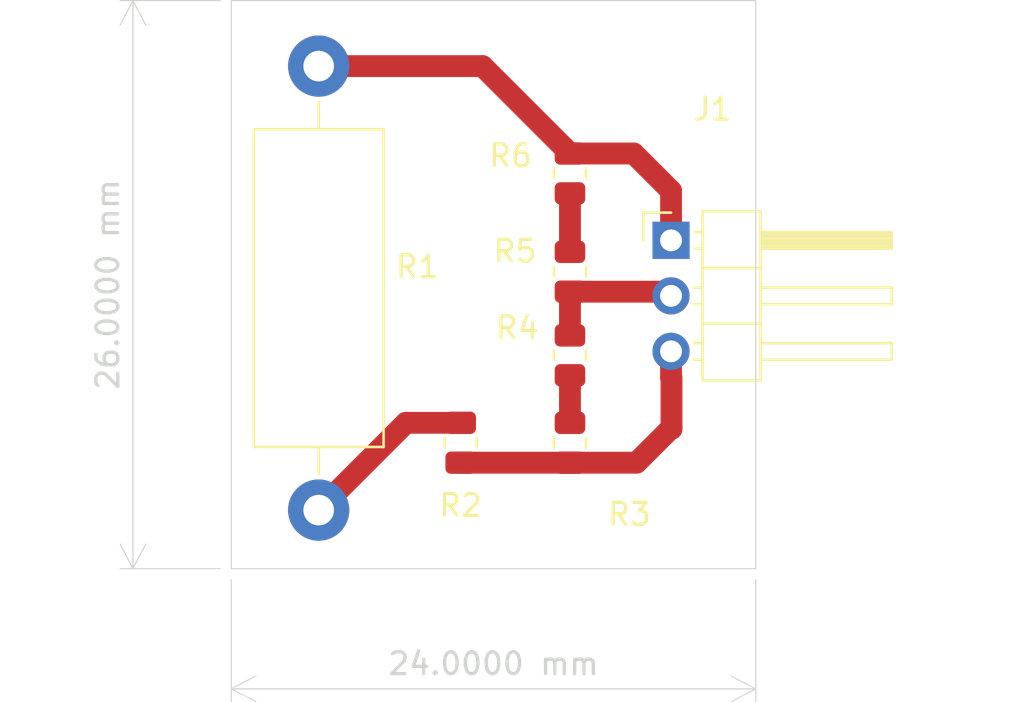
<source format=kicad_pcb>
(kicad_pcb (version 20240108) (generator "pcbnew") (generator_version "8.0")
  (layers (0 "F.Cu" signal) (31 "B.Cu" signal) (34 "B.Paste" user) (35 "F.Paste" user) (36 "B.SilkS" user "B.Silkscreen") (37 "F.SilkS" user "F.Silkscreen") (38 "B.Mask" user) (39 "F.Mask" user) (44 "Edge.Cuts" user))
  (net 0 "")
  (net 1 "/Rb")
  (net 2 "/Ra")
  (net 3 "/Rc")
  (net 4 "Net-(R1-Pad2)")
  (net 5 "Net-(R3-Pad1)")
  (net 6 "Net-(R5-Pad1)")
  (footprint "Resistor_SMD:R_0805_2012Metric" (layer "F.Cu") (at 65 79.2375 -90)
    (property "Reference" "R4" (at -1.2595 2.4144 180) (layer "F.SilkS"))
    (property "Value" "R")
    (fp_line (start -0.227064 0.735) (end 0.227064 0.735) (stroke (width 0.12)) (layer "F.SilkS"))
    (fp_line (start -0.227064 -0.735) (end 0.227064 -0.735) (stroke (width 0.12)) (layer "F.SilkS"))
    (pad "1" smd roundrect (at -0.9125 0 270) (size 1.025 1.4) (layers "F.Cu" "F.Paste" "F.Mask") (roundrect_rratio 0.243902) (net 1 "/Rb"))
    (pad "2" smd roundrect (at 0.9125 0 270) (size 1.025 1.4) (layers "F.Cu" "F.Paste" "F.Mask") (roundrect_rratio 0.243902) (net 5 "Net-(R3-Pad1)"))
  )
  (footprint "Resistor_SMD:R_0805_2012Metric" (layer "F.Cu") (at 65 83.2375 -90)
    (property "Reference" "R3" (at 3.2749 -2.7164 180) (layer "F.SilkS"))
    (property "Value" "R")
    (fp_line (start -0.227064 0.735) (end 0.227064 0.735) (stroke (width 0.12)) (layer "F.SilkS"))
    (fp_line (start -0.227064 -0.735) (end 0.227064 -0.735) (stroke (width 0.12)) (layer "F.SilkS"))
    (pad "1" smd roundrect (at -0.9125 0 270) (size 1.025 1.4) (layers "F.Cu" "F.Paste" "F.Mask") (roundrect_rratio 0.243902) (net 5 "Net-(R3-Pad1)"))
    (pad "2" smd roundrect (at 0.9125 0 270) (size 1.025 1.4) (layers "F.Cu" "F.Paste" "F.Mask") (roundrect_rratio 0.243902) (net 3 "/Rc"))
  )
  (footprint "Resistor_SMD:R_0805_2012Metric" (layer "F.Cu") (at 65 70.9125 -90)
    (property "Reference" "R6" (at -0.8085 2.7192 180) (layer "F.SilkS"))
    (property "Value" "R")
    (fp_line (start -0.227064 0.735) (end 0.227064 0.735) (stroke (width 0.12)) (layer "F.SilkS"))
    (fp_line (start -0.227064 -0.735) (end 0.227064 -0.735) (stroke (width 0.12)) (layer "F.SilkS"))
    (pad "1" smd roundrect (at -0.9125 0 270) (size 1.025 1.4) (layers "F.Cu" "F.Paste" "F.Mask") (roundrect_rratio 0.243902) (net 2 "/Ra"))
    (pad "2" smd roundrect (at 0.9125 0 270) (size 1.025 1.4) (layers "F.Cu" "F.Paste" "F.Mask") (roundrect_rratio 0.243902) (net 6 "Net-(R5-Pad1)"))
  )
  (footprint "Connector_PinHeader_2.54mm:PinHeader_1x03_P2.54mm_Horizontal" (layer "F.Cu") (at 69.625 73.975)
    (property "Reference" "J1" (at 1.9014 -6.0046 0) (layer "F.SilkS"))
    (property "Value" "Conn_01x03_Pin")
    (fp_line (start -1.27 -1.27) (end 0 -1.27) (stroke (width 0.12)) (layer "F.SilkS"))
    (fp_line (start -1.27 0) (end -1.27 -1.27) (stroke (width 0.12)) (layer "F.SilkS"))
    (fp_line (start 1.042929 2.16) (end 1.44 2.16) (stroke (width 0.12)) (layer "F.SilkS"))
    (fp_line (start 1.042929 2.92) (end 1.44 2.92) (stroke (width 0.12)) (layer "F.SilkS"))
    (fp_line (start 1.042929 4.7) (end 1.44 4.7) (stroke (width 0.12)) (layer "F.SilkS"))
    (fp_line (start 1.042929 5.46) (end 1.44 5.46) (stroke (width 0.12)) (layer "F.SilkS"))
    (fp_line (start 1.11 -0.38) (end 1.44 -0.38) (stroke (width 0.12)) (layer "F.SilkS"))
    (fp_line (start 1.11 0.38) (end 1.44 0.38) (stroke (width 0.12)) (layer "F.SilkS"))
    (fp_line (start 1.44 -1.33) (end 1.44 6.41) (stroke (width 0.12)) (layer "F.SilkS"))
    (fp_line (start 1.44 1.27) (end 4.1 1.27) (stroke (width 0.12)) (layer "F.SilkS"))
    (fp_line (start 1.44 3.81) (end 4.1 3.81) (stroke (width 0.12)) (layer "F.SilkS"))
    (fp_line (start 1.44 6.41) (end 4.1 6.41) (stroke (width 0.12)) (layer "F.SilkS"))
    (fp_line (start 4.1 -1.33) (end 1.44 -1.33) (stroke (width 0.12)) (layer "F.SilkS"))
    (fp_line (start 4.1 -0.38) (end 10.1 -0.38) (stroke (width 0.12)) (layer "F.SilkS"))
    (fp_line (start 4.1 -0.32) (end 10.1 -0.32) (stroke (width 0.12)) (layer "F.SilkS"))
    (fp_line (start 4.1 -0.2) (end 10.1 -0.2) (stroke (width 0.12)) (layer "F.SilkS"))
    (fp_line (start 4.1 -0.08) (end 10.1 -0.08) (stroke (width 0.12)) (layer "F.SilkS"))
    (fp_line (start 4.1 0.04) (end 10.1 0.04) (stroke (width 0.12)) (layer "F.SilkS"))
    (fp_line (start 4.1 0.16) (end 10.1 0.16) (stroke (width 0.12)) (layer "F.SilkS"))
    (fp_line (start 4.1 0.28) (end 10.1 0.28) (stroke (width 0.12)) (layer "F.SilkS"))
    (fp_line (start 4.1 2.16) (end 10.1 2.16) (stroke (width 0.12)) (layer "F.SilkS"))
    (fp_line (start 4.1 4.7) (end 10.1 4.7) (stroke (width 0.12)) (layer "F.SilkS"))
    (fp_line (start 4.1 6.41) (end 4.1 -1.33) (stroke (width 0.12)) (layer "F.SilkS"))
    (fp_line (start 10.1 -0.38) (end 10.1 0.38) (stroke (width 0.12)) (layer "F.SilkS"))
    (fp_line (start 10.1 0.38) (end 4.1 0.38) (stroke (width 0.12)) (layer "F.SilkS"))
    (fp_line (start 10.1 2.16) (end 10.1 2.92) (stroke (width 0.12)) (layer "F.SilkS"))
    (fp_line (start 10.1 2.92) (end 4.1 2.92) (stroke (width 0.12)) (layer "F.SilkS"))
    (fp_line (start 10.1 4.7) (end 10.1 5.46) (stroke (width 0.12)) (layer "F.SilkS"))
    (fp_line (start 10.1 5.46) (end 4.1 5.46) (stroke (width 0.12)) (layer "F.SilkS"))
    (pad "1" thru_hole rect (at 0 0) (size 1.7 1.7) (drill 1) (layers "*.Cu" "*.Mask") (net 2 "/Ra"))
    (pad "2" thru_hole oval (at 0 2.54) (size 1.7 1.7) (drill 1) (layers "*.Cu" "*.Mask") (net 1 "/Rb"))
    (pad "3" thru_hole oval (at 0 5.08) (size 1.7 1.7) (drill 1) (layers "*.Cu" "*.Mask") (net 3 "/Rc"))
  )
  (footprint "Resistor_SMD:R_0805_2012Metric" (layer "F.Cu") (at 65 75.4125 -90)
    (property "Reference" "R5" (at -0.9397 2.516 180) (layer "F.SilkS"))
    (property "Value" "R")
    (fp_line (start -0.227064 0.735) (end 0.227064 0.735) (stroke (width 0.12)) (layer "F.SilkS"))
    (fp_line (start -0.227064 -0.735) (end 0.227064 -0.735) (stroke (width 0.12)) (layer "F.SilkS"))
    (pad "1" smd roundrect (at -0.9125 0 270) (size 1.025 1.4) (layers "F.Cu" "F.Paste" "F.Mask") (roundrect_rratio 0.243902) (net 6 "Net-(R5-Pad1)"))
    (pad "2" smd roundrect (at 0.9125 0 270) (size 1.025 1.4) (layers "F.Cu" "F.Paste" "F.Mask") (roundrect_rratio 0.243902) (net 1 "/Rb"))
  )
  (footprint "Resistor_SMD:R_0805_2012Metric" (layer "F.Cu") (at 60 83.2375 -90)
    (property "Reference" "R2" (at 2.8685 0.0052 180) (layer "F.SilkS"))
    (property "Value" "R")
    (fp_line (start -0.227064 0.735) (end 0.227064 0.735) (stroke (width 0.12)) (layer "F.SilkS"))
    (fp_line (start -0.227064 -0.735) (end 0.227064 -0.735) (stroke (width 0.12)) (layer "F.SilkS"))
    (pad "1" smd roundrect (at -0.9125 0 270) (size 1.025 1.4) (layers "F.Cu" "F.Paste" "F.Mask") (roundrect_rratio 0.243902) (net 4 "Net-(R1-Pad2)"))
    (pad "2" smd roundrect (at 0.9125 0 270) (size 1.025 1.4) (layers "F.Cu" "F.Paste" "F.Mask") (roundrect_rratio 0.243902) (net 3 "/Rc"))
  )
  (footprint "Resistor_THT:R_Axial_DIN0614_L14.3mm_D5.7mm_P20.32mm_Horizontal" (layer "F.Cu") (at 53.5 66 -90)
    (property "Reference" "R1" (at 9.184 -4.5136 180) (layer "F.SilkS"))
    (property "Value" "R")
    (fp_line (start 2.89 2.97) (end 17.43 2.97) (stroke (width 0.12)) (layer "F.SilkS"))
    (fp_line (start 17.43 2.97) (end 17.43 -2.97) (stroke (width 0.12)) (layer "F.SilkS"))
    (fp_line (start 1.64 0) (end 2.89 0) (stroke (width 0.12)) (layer "F.SilkS"))
    (fp_line (start 18.68 0) (end 17.43 0) (stroke (width 0.12)) (layer "F.SilkS"))
    (fp_line (start 2.89 -2.97) (end 2.89 2.97) (stroke (width 0.12)) (layer "F.SilkS"))
    (fp_line (start 17.43 -2.97) (end 2.89 -2.97) (stroke (width 0.12)) (layer "F.SilkS"))
    (pad "1" thru_hole circle (at 0 0 270) (size 2.8 2.8) (drill 1.4) (layers "*.Cu" "*.Mask") (net 2 "/Ra"))
    (pad "2" thru_hole oval (at 20.32 0 270) (size 2.8 2.8) (drill 1.4) (layers "*.Cu" "*.Mask") (net 4 "Net-(R1-Pad2)"))
  )
  (gr_rect (start 49.5 63) (end 73.5 89) (stroke (width 0.05)) (fill none) (layer "Edge.Cuts"))
  (dimension (type aligned) (layer "Edge.Cuts") (pts (xy 49.5 63) (xy 49.5 89)) (height 4.5) (gr_text "26,0000 mm" (at 43.85 76 90) (layer "Edge.Cuts") (effects (font (size 1 1) (thickness 0.15)))) (format (prefix "") (suffix "") (units 3) (units_format 1) (precision 4)) (style (thickness 0.05) (arrow_length 1.27) (text_position_mode 0) (extension_height 0.58642) (extension_offset 0.5) keep_text_aligned))
  (dimension (type aligned) (layer "Edge.Cuts") (pts (xy 49.5 89) (xy 73.5 89)) (height 5.499999) (gr_text "24,0000 mm" (at 61.5 93.349999 0) (layer "Edge.Cuts") (effects (font (size 1 1) (thickness 0.15)))) (format (prefix "") (suffix "") (units 3) (units_format 1) (precision 4)) (style (thickness 0.05) (arrow_length 1.27) (text_position_mode 0) (extension_height 0.58642) (extension_offset 0.5) keep_text_aligned))
  (segment (start 69.435 76.325) (end 69.625 76.515) (width 1) (layer "F.Cu") (net 1))
  (segment (start 65 76.325) (end 69.435 76.325) (width 1) (layer "F.Cu") (net 1))
  (segment (start 65 78.325) (end 65 76.325) (width 1) (layer "F.Cu") (net 1))
  (segment (start 53.5 66) (end 61 66) (width 1) (layer "F.Cu") (net 2))
  (segment (start 61 66) (end 65 70) (width 1) (layer "F.Cu") (net 2))
  (segment (start 65 70) (end 67.9172 70) (width 1) (layer "F.Cu") (net 2))
  (segment (start 67.9172 70) (end 69.625 71.7078) (width 1) (layer "F.Cu") (net 2))
  (segment (start 69.625 71.7078) (end 69.625 73.975) (width 1) (layer "F.Cu") (net 2))
  (segment (start 68.0468 84.15) (end 65 84.15) (width 1) (layer "F.Cu") (net 3))
  (segment (start 60 84.15) (end 65 84.15) (width 1) (layer "F.Cu") (net 3))
  (segment (start 69.625 79.055) (end 69.625 80.257081) (width 1) (layer "F.Cu") (net 3))
  (segment (start 69.625 80.257081) (end 69.6468 80.278881) (width 1) (layer "F.Cu") (net 3))
  (segment (start 69.596 82.6008) (end 68.0468 84.15) (width 1) (layer "F.Cu") (net 3))
  (segment (start 69.6468 80.278881) (end 69.6468 82.6008) (width 1) (layer "F.Cu") (net 3))
  (segment (start 69.6468 82.6008) (end 69.596 82.6008) (width 1) (layer "F.Cu") (net 3))
  (segment (start 57.495 82.325) (end 60 82.325) (width 1) (layer "F.Cu") (net 4))
  (segment (start 53.5 86.32) (end 57.495 82.325) (width 1) (layer "F.Cu") (net 4))
  (segment (start 65 82.325) (end 65 80.15) (width 1) (layer "F.Cu") (net 5))
  (segment (start 65 71.825) (end 65 74.5) (width 1) (layer "F.Cu") (net 6))
)
</source>
